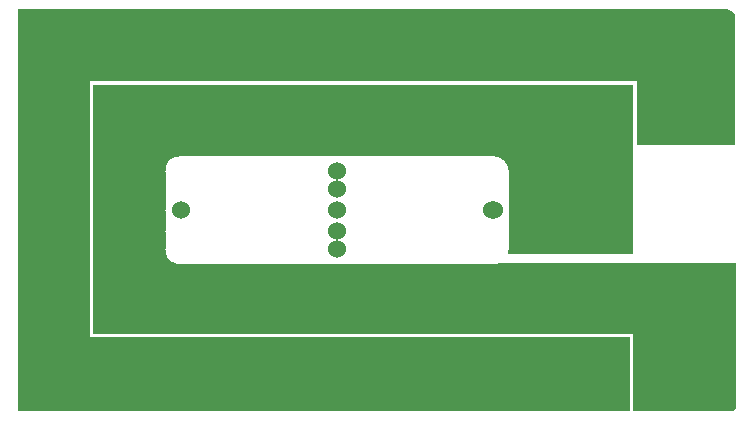
<source format=gtl>
G04*
G04 #@! TF.GenerationSoftware,Altium Limited,Altium Designer,18.1.7 (191)*
G04*
G04 Layer_Physical_Order=1*
G04 Layer_Color=255*
%FSLAX44Y44*%
%MOMM*%
G71*
G01*
G75*
%ADD13R,1.6000X1.8000*%
%ADD14R,1.8000X1.6000*%
%ADD19R,2.2900X0.7600*%
%ADD20C,1.5240*%
%ADD21C,0.5000*%
G36*
X330000Y169961D02*
X330000D01*
X330000D01*
X330784Y169961D01*
X332322Y169655D01*
X333771Y169055D01*
X335075Y168184D01*
X336184Y167075D01*
X337055Y165771D01*
X337440Y164840D01*
Y55000D01*
X254000D01*
X254000Y109000D01*
X-209000Y109000D01*
X-209000Y-107700D01*
X248000Y-107700D01*
X248000Y-169961D01*
X-270000Y-169961D01*
X-270000Y169961D01*
X330000Y169961D01*
D02*
G37*
G36*
X251000Y106000D02*
X251000Y-37000D01*
X145964Y-37000D01*
X145164Y-35997D01*
X145183Y-35730D01*
X145608Y-32500D01*
Y32500D01*
X145178Y35763D01*
X143919Y38804D01*
X143799Y38960D01*
X143720Y39079D01*
X143624Y39311D01*
X142666Y40744D01*
X142488Y40921D01*
X142349Y41130D01*
X141130Y42349D01*
X140921Y42488D01*
X140744Y42666D01*
X139311Y43623D01*
X139079Y43720D01*
X138960Y43799D01*
X138804Y43919D01*
X135763Y45178D01*
X132500Y45608D01*
X-132500D01*
X-135763Y45178D01*
X-136194Y45000D01*
X-136236D01*
X-137685Y44712D01*
X-137917Y44616D01*
X-138163Y44567D01*
X-139528Y44001D01*
X-139737Y43862D01*
X-139969Y43766D01*
X-141197Y42945D01*
X-141375Y42768D01*
X-141583Y42628D01*
X-142628Y41583D01*
X-142767Y41375D01*
X-142945Y41197D01*
X-143766Y39969D01*
X-143862Y39737D01*
X-144001Y39528D01*
X-144567Y38163D01*
X-144616Y37917D01*
X-144712Y37685D01*
X-145000Y36236D01*
Y35985D01*
X-145049Y35739D01*
Y33447D01*
X-145108Y33000D01*
X-145049Y32553D01*
Y18447D01*
X-145108Y18000D01*
X-145049Y17553D01*
Y447D01*
X-145108Y0D01*
X-145049Y-447D01*
Y-17553D01*
X-145108Y-18000D01*
X-145049Y-18447D01*
Y-32553D01*
X-145108Y-33000D01*
X-145049Y-33447D01*
X-145049Y-34612D01*
X-145000Y-34858D01*
Y-35109D01*
X-144664Y-36800D01*
X-144568Y-37032D01*
X-144519Y-37278D01*
X-143859Y-38870D01*
X-143720Y-39079D01*
X-143624Y-39311D01*
X-142666Y-40744D01*
X-142488Y-40921D01*
X-142349Y-41130D01*
X-141130Y-42349D01*
X-140921Y-42488D01*
X-140744Y-42666D01*
X-139311Y-43623D01*
X-139079Y-43720D01*
X-138960Y-43799D01*
X-138804Y-43919D01*
X-135763Y-45178D01*
X-132500Y-45608D01*
X132500D01*
X135763Y-45178D01*
X136194Y-45000D01*
X251000D01*
Y-45000D01*
X337961D01*
X337961Y-167000D01*
X337961Y-167000D01*
X337961Y-167000D01*
X337961Y-167589D01*
X337510Y-168677D01*
X336677Y-169510D01*
X335589Y-169961D01*
X335000Y-169961D01*
X335000Y-169961D01*
X335000Y-169961D01*
X251000D01*
Y-105000D01*
X-206122D01*
X-206122Y106000D01*
X251000Y106000D01*
D02*
G37*
D13*
X-86000Y55000D02*
D03*
X-58000D02*
D03*
X-10000Y75000D02*
D03*
X-38000D02*
D03*
X231000Y-120000D02*
D03*
X203000D02*
D03*
X231000Y-140000D02*
D03*
X203000D02*
D03*
X231000Y-160000D02*
D03*
X203000D02*
D03*
X183000Y-55000D02*
D03*
X155000D02*
D03*
X183000Y-75000D02*
D03*
X155000D02*
D03*
X183000Y-95000D02*
D03*
X155000D02*
D03*
X231000Y-55000D02*
D03*
X203000D02*
D03*
X231000Y-75000D02*
D03*
X203000D02*
D03*
X231001Y-95002D02*
D03*
X203001D02*
D03*
X231000Y75000D02*
D03*
X203000D02*
D03*
X231000Y54998D02*
D03*
X203000D02*
D03*
X155000Y55000D02*
D03*
X183000D02*
D03*
X155000Y75000D02*
D03*
X183000D02*
D03*
X155000Y95000D02*
D03*
X183000D02*
D03*
X135000Y-55000D02*
D03*
X107000D02*
D03*
X135000Y-75000D02*
D03*
X107000D02*
D03*
X135000Y-95000D02*
D03*
X107000D02*
D03*
X86000Y-55000D02*
D03*
X58000D02*
D03*
X86000Y-75000D02*
D03*
X58000D02*
D03*
X86000Y-95000D02*
D03*
X58000D02*
D03*
X38000Y-55000D02*
D03*
X10000D02*
D03*
X38000Y-75000D02*
D03*
X10000D02*
D03*
X38001Y-95003D02*
D03*
X10001D02*
D03*
X-10000Y-55000D02*
D03*
X-38000D02*
D03*
X-10000Y-75000D02*
D03*
X-38000D02*
D03*
X-9999Y-95002D02*
D03*
X-37999D02*
D03*
X-58000Y-55000D02*
D03*
X-86000D02*
D03*
X-58000Y-75000D02*
D03*
X-86000D02*
D03*
X-57999Y-95002D02*
D03*
X-85999D02*
D03*
X-106000Y-55000D02*
D03*
X-134000D02*
D03*
X-106000Y-75000D02*
D03*
X-134000D02*
D03*
X-105999Y-95002D02*
D03*
X-133999D02*
D03*
X-106000Y95000D02*
D03*
X-134000D02*
D03*
X-106000Y75000D02*
D03*
X-134000D02*
D03*
X-105999Y54999D02*
D03*
X-133999D02*
D03*
X-58000Y95000D02*
D03*
X-86000D02*
D03*
X-58000Y75000D02*
D03*
X-86000D02*
D03*
X-10000Y95000D02*
D03*
X-38000D02*
D03*
X-10000Y55000D02*
D03*
X-38000D02*
D03*
X38000Y95000D02*
D03*
X10000D02*
D03*
X38000Y75000D02*
D03*
X10000D02*
D03*
X38000Y55000D02*
D03*
X10000D02*
D03*
X86000Y95000D02*
D03*
X58000D02*
D03*
X86000Y75000D02*
D03*
X58000D02*
D03*
X86000Y55000D02*
D03*
X58000D02*
D03*
X135000Y95000D02*
D03*
X107000D02*
D03*
X135000Y75000D02*
D03*
X107000D02*
D03*
X135001Y54998D02*
D03*
X107001D02*
D03*
X183000Y-120000D02*
D03*
X155000D02*
D03*
X183000Y-140000D02*
D03*
X155000D02*
D03*
X183001Y-160001D02*
D03*
X155001D02*
D03*
X135000Y-120000D02*
D03*
X107000D02*
D03*
X135000Y-140000D02*
D03*
X107000D02*
D03*
X135001Y-160002D02*
D03*
X107001D02*
D03*
X86000Y-120000D02*
D03*
X58000D02*
D03*
X86000Y-140000D02*
D03*
X58000D02*
D03*
X86000Y-160000D02*
D03*
X58000D02*
D03*
X38000Y-120000D02*
D03*
X10000D02*
D03*
X38000Y-140000D02*
D03*
X10000D02*
D03*
X38001Y-160002D02*
D03*
X10001D02*
D03*
X-10000Y-120000D02*
D03*
X-38000D02*
D03*
X-10000Y-140000D02*
D03*
X-38000D02*
D03*
X-10000Y-160000D02*
D03*
X-38000D02*
D03*
X-58000Y-120000D02*
D03*
X-86000D02*
D03*
X-58000Y-140000D02*
D03*
X-86000D02*
D03*
X-58000Y-160000D02*
D03*
X-86000D02*
D03*
X-106000Y-120000D02*
D03*
X-134000D02*
D03*
X-106000Y-140000D02*
D03*
X-134000D02*
D03*
X-106000Y-160000D02*
D03*
X-134000D02*
D03*
X-154000Y-120000D02*
D03*
X-182000D02*
D03*
X-154000Y-140000D02*
D03*
X-182000D02*
D03*
X-154000Y-160000D02*
D03*
X-182000D02*
D03*
X-202000Y-120000D02*
D03*
X-230000D02*
D03*
X-202000Y-140000D02*
D03*
X-230000D02*
D03*
X-10000Y120000D02*
D03*
X-38000D02*
D03*
X-154001Y160002D02*
D03*
X-182001D02*
D03*
X-154000Y140000D02*
D03*
X-182000D02*
D03*
X-58000Y120000D02*
D03*
X-86000D02*
D03*
X-202000Y140000D02*
D03*
X-230000D02*
D03*
X38000Y120000D02*
D03*
X10000D02*
D03*
X-106000Y160000D02*
D03*
X-134000D02*
D03*
X-106000Y140000D02*
D03*
X-134000D02*
D03*
X86000Y120000D02*
D03*
X58000D02*
D03*
X-58000Y160000D02*
D03*
X-86000D02*
D03*
X-58000Y140000D02*
D03*
X-86000D02*
D03*
X38000Y160000D02*
D03*
X10000D02*
D03*
X38000Y140000D02*
D03*
X10000D02*
D03*
X183000Y120000D02*
D03*
X155000D02*
D03*
X-10000Y140000D02*
D03*
X-38000D02*
D03*
X135000Y120000D02*
D03*
X107000D02*
D03*
X-10000Y160000D02*
D03*
X-38000D02*
D03*
X86000Y140000D02*
D03*
X58000D02*
D03*
X-106000Y120000D02*
D03*
X-134000D02*
D03*
X135000Y160000D02*
D03*
X107000D02*
D03*
X135000Y140000D02*
D03*
X107000D02*
D03*
X86000Y160000D02*
D03*
X58000D02*
D03*
X231000Y120000D02*
D03*
X203000D02*
D03*
X-154000D02*
D03*
X-182000D02*
D03*
X183000Y160000D02*
D03*
X155000D02*
D03*
X-202000Y120000D02*
D03*
X-230000D02*
D03*
X183000Y140000D02*
D03*
X155000D02*
D03*
X231000Y160002D02*
D03*
X203000D02*
D03*
X231000Y140000D02*
D03*
X203000D02*
D03*
D14*
X196000Y6000D02*
D03*
Y34000D02*
D03*
X176000Y6000D02*
D03*
Y34000D02*
D03*
X156000Y6000D02*
D03*
Y34000D02*
D03*
X-155000Y-96000D02*
D03*
Y-68000D02*
D03*
X-175000Y-96000D02*
D03*
Y-68000D02*
D03*
X-195002Y-96001D02*
D03*
Y-68001D02*
D03*
X-155000Y68000D02*
D03*
Y96000D02*
D03*
X-175000Y68000D02*
D03*
Y96000D02*
D03*
X-195002Y67999D02*
D03*
Y95999D02*
D03*
X-155000Y-41000D02*
D03*
Y-13000D02*
D03*
X-175000Y-41000D02*
D03*
Y-13000D02*
D03*
X-195001Y-41001D02*
D03*
Y-13001D02*
D03*
X-155000Y13000D02*
D03*
Y41000D02*
D03*
X-175000Y13000D02*
D03*
Y41000D02*
D03*
X-195000Y13000D02*
D03*
Y41000D02*
D03*
X216000Y34000D02*
D03*
Y6000D02*
D03*
X-220000Y-41000D02*
D03*
Y-13000D02*
D03*
X-240000Y-41000D02*
D03*
Y-13000D02*
D03*
X-260000Y-41000D02*
D03*
Y-13000D02*
D03*
X-220000Y13000D02*
D03*
Y41000D02*
D03*
X-240000Y13000D02*
D03*
Y41000D02*
D03*
X-260000Y13000D02*
D03*
Y41000D02*
D03*
X-220000Y-96000D02*
D03*
Y-68000D02*
D03*
X-240000Y-96000D02*
D03*
Y-68000D02*
D03*
X-260000Y-96000D02*
D03*
Y-68000D02*
D03*
Y68000D02*
D03*
Y96000D02*
D03*
X-240000Y68000D02*
D03*
Y96000D02*
D03*
X-220000Y68000D02*
D03*
Y96000D02*
D03*
X236000Y34000D02*
D03*
Y6000D02*
D03*
D19*
X297300Y153100D02*
D03*
X322700D02*
D03*
X297300Y127700D02*
D03*
X322700D02*
D03*
X297300Y102300D02*
D03*
X322700D02*
D03*
X297300Y76900D02*
D03*
X322700D02*
D03*
Y-133100D02*
D03*
X297300D02*
D03*
X322700Y-107700D02*
D03*
X297300D02*
D03*
X322700Y-82300D02*
D03*
X297300D02*
D03*
X322700Y-56900D02*
D03*
X297300D02*
D03*
D20*
X133000Y0D02*
D03*
X0Y33000D02*
D03*
Y18000D02*
D03*
Y-18000D02*
D03*
Y-33000D02*
D03*
X131500Y-0D02*
D03*
X0Y0D02*
D03*
X-132000D02*
D03*
D21*
X120000Y115000D02*
D03*
Y125000D02*
D03*
Y135000D02*
D03*
X120000Y165000D02*
D03*
Y155000D02*
D03*
X120000Y145000D02*
D03*
X170000Y115000D02*
D03*
Y125000D02*
D03*
Y135000D02*
D03*
X170000Y165000D02*
D03*
Y155000D02*
D03*
X170000Y145000D02*
D03*
X215000Y115000D02*
D03*
Y125000D02*
D03*
Y135000D02*
D03*
X215000Y165000D02*
D03*
Y155000D02*
D03*
X215000Y145000D02*
D03*
X-120000Y-100000D02*
D03*
Y-90000D02*
D03*
Y-80000D02*
D03*
X-120000Y-50000D02*
D03*
Y-60000D02*
D03*
X-120000Y-70000D02*
D03*
X-70000Y-100000D02*
D03*
Y-90000D02*
D03*
Y-80000D02*
D03*
X-70000Y-50000D02*
D03*
Y-60000D02*
D03*
X-70000Y-70000D02*
D03*
X-25000Y-100000D02*
D03*
Y-90000D02*
D03*
Y-80000D02*
D03*
X-25000Y-50000D02*
D03*
Y-60000D02*
D03*
X-25000Y-70000D02*
D03*
X25000Y-100000D02*
D03*
Y-90000D02*
D03*
Y-80000D02*
D03*
X25000Y-50000D02*
D03*
Y-60000D02*
D03*
X25000Y-70000D02*
D03*
X70000D02*
D03*
X70000Y-60000D02*
D03*
Y-50000D02*
D03*
X70000Y-80000D02*
D03*
Y-90000D02*
D03*
Y-100000D02*
D03*
X120000Y-50000D02*
D03*
Y-60000D02*
D03*
Y-70000D02*
D03*
Y-80000D02*
D03*
Y-90000D02*
D03*
Y-100000D02*
D03*
X216000Y-115000D02*
D03*
X216000Y-125000D02*
D03*
Y-135000D02*
D03*
Y-145000D02*
D03*
Y-155000D02*
D03*
Y-165000D02*
D03*
X170000D02*
D03*
Y-155000D02*
D03*
Y-145000D02*
D03*
Y-135000D02*
D03*
Y-125000D02*
D03*
X235000Y-30000D02*
D03*
X225000D02*
D03*
X215000D02*
D03*
X205000D02*
D03*
X195000D02*
D03*
X185000D02*
D03*
X175000D02*
D03*
X165000D02*
D03*
X245000Y-165002D02*
D03*
Y-155000D02*
D03*
Y-145000D02*
D03*
Y-125000D02*
D03*
Y-115000D02*
D03*
X215000Y-15000D02*
D03*
X205000D02*
D03*
X195000Y-15000D02*
D03*
X185000D02*
D03*
X175000D02*
D03*
X165000Y-15000D02*
D03*
X160000Y-23000D02*
D03*
X170000D02*
D03*
X180000D02*
D03*
X190000D02*
D03*
X200000D02*
D03*
X210000D02*
D03*
X220000D02*
D03*
X230000D02*
D03*
X235000Y-15000D02*
D03*
X225000Y-15000D02*
D03*
X245000Y-135000D02*
D03*
X170000Y-115000D02*
D03*
M02*

</source>
